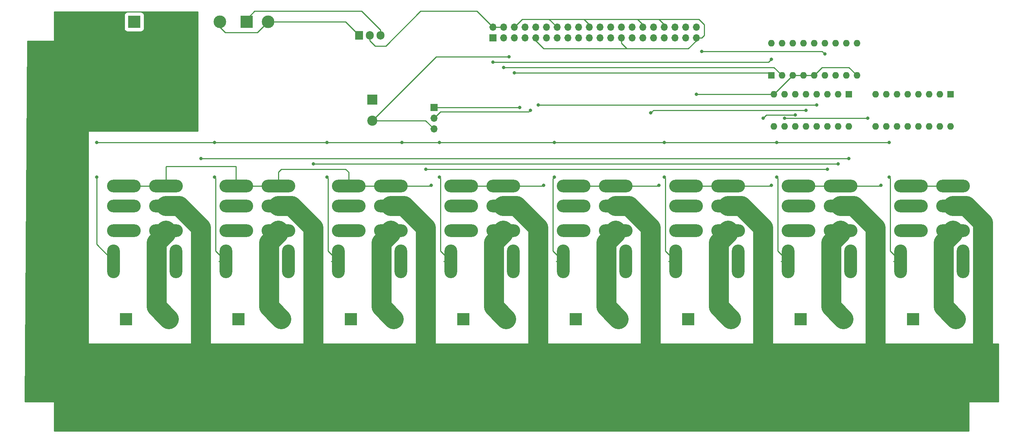
<source format=gbr>
%TF.GenerationSoftware,KiCad,Pcbnew,(5.1.12-1-10_14)*%
%TF.CreationDate,2022-01-09T10:09:14-08:00*%
%TF.ProjectId,RPI_Remote_Power_Controller,5250495f-5265-46d6-9f74-655f506f7765,0.1*%
%TF.SameCoordinates,Original*%
%TF.FileFunction,Copper,L2,Bot*%
%TF.FilePolarity,Positive*%
%FSLAX46Y46*%
G04 Gerber Fmt 4.6, Leading zero omitted, Abs format (unit mm)*
G04 Created by KiCad (PCBNEW (5.1.12-1-10_14)) date 2022-01-09 10:09:14*
%MOMM*%
%LPD*%
G01*
G04 APERTURE LIST*
%TA.AperFunction,ComponentPad*%
%ADD10O,8.000000X3.000000*%
%TD*%
%TA.AperFunction,ComponentPad*%
%ADD11O,3.000000X8.000000*%
%TD*%
%TA.AperFunction,ComponentPad*%
%ADD12R,1.700000X1.700000*%
%TD*%
%TA.AperFunction,ComponentPad*%
%ADD13O,1.700000X1.700000*%
%TD*%
%TA.AperFunction,ComponentPad*%
%ADD14C,2.400000*%
%TD*%
%TA.AperFunction,ComponentPad*%
%ADD15R,2.400000X2.400000*%
%TD*%
%TA.AperFunction,ComponentPad*%
%ADD16R,1.905000X2.000000*%
%TD*%
%TA.AperFunction,ComponentPad*%
%ADD17O,1.905000X2.000000*%
%TD*%
%TA.AperFunction,ComponentPad*%
%ADD18R,1.600000X1.600000*%
%TD*%
%TA.AperFunction,ComponentPad*%
%ADD19O,1.600000X1.600000*%
%TD*%
%TA.AperFunction,ComponentPad*%
%ADD20R,3.000000X3.000000*%
%TD*%
%TA.AperFunction,ComponentPad*%
%ADD21C,3.000000*%
%TD*%
%TA.AperFunction,ViaPad*%
%ADD22C,0.800000*%
%TD*%
%TA.AperFunction,Conductor*%
%ADD23C,4.750000*%
%TD*%
%TA.AperFunction,Conductor*%
%ADD24C,0.250000*%
%TD*%
%TA.AperFunction,Conductor*%
%ADD25C,0.254000*%
%TD*%
%TA.AperFunction,Conductor*%
%ADD26C,0.100000*%
%TD*%
G04 APERTURE END LIST*
D10*
%TO.P,SW3,1*%
%TO.N,GND*%
X102315000Y-89770000D03*
%TO.P,SW3,2*%
X112315000Y-89750000D03*
%TO.P,SW3,3*%
%TO.N,Mains_Hot*%
X102315000Y-94460000D03*
%TO.P,SW3,4*%
%TO.N,Mains_Neutral*%
X112315000Y-94460000D03*
%TO.P,SW3,5*%
%TO.N,O3_Hot*%
X102315000Y-100360000D03*
%TO.P,SW3,6*%
%TO.N,O3_Neutral*%
X112315000Y-100360000D03*
D11*
%TO.P,SW3,7*%
%TO.N,+12V*%
X99915000Y-107610000D03*
%TO.P,SW3,8*%
%TO.N,Net-(SW3-Pad8)*%
X114715000Y-107610000D03*
%TD*%
D12*
%TO.P,J11,1*%
%TO.N,Net-(J11-Pad1)*%
X136525000Y-54610000D03*
D13*
%TO.P,J11,2*%
%TO.N,+5V*%
X136525000Y-52070000D03*
%TO.P,J11,3*%
%TO.N,Net-(J11-Pad3)*%
X139065000Y-54610000D03*
%TO.P,J11,4*%
%TO.N,+5V*%
X139065000Y-52070000D03*
%TO.P,J11,5*%
%TO.N,Net-(J11-Pad5)*%
X141605000Y-54610000D03*
%TO.P,J11,6*%
%TO.N,GND*%
X141605000Y-52070000D03*
%TO.P,J11,7*%
%TO.N,Net-(J11-Pad7)*%
X144145000Y-54610000D03*
%TO.P,J11,8*%
%TO.N,Net-(J11-Pad8)*%
X144145000Y-52070000D03*
%TO.P,J11,9*%
%TO.N,GND*%
X146685000Y-54610000D03*
%TO.P,J11,10*%
%TO.N,Net-(J11-Pad10)*%
X146685000Y-52070000D03*
%TO.P,J11,11*%
%TO.N,Net-(J11-Pad11)*%
X149225000Y-54610000D03*
%TO.P,J11,12*%
%TO.N,Net-(J11-Pad12)*%
X149225000Y-52070000D03*
%TO.P,J11,13*%
%TO.N,Net-(J11-Pad13)*%
X151765000Y-54610000D03*
%TO.P,J11,14*%
%TO.N,GND*%
X151765000Y-52070000D03*
%TO.P,J11,15*%
%TO.N,Net-(J11-Pad15)*%
X154305000Y-54610000D03*
%TO.P,J11,16*%
%TO.N,Net-(J11-Pad16)*%
X154305000Y-52070000D03*
%TO.P,J11,17*%
%TO.N,Net-(J11-Pad17)*%
X156845000Y-54610000D03*
%TO.P,J11,18*%
%TO.N,Net-(J11-Pad18)*%
X156845000Y-52070000D03*
%TO.P,J11,19*%
%TO.N,Net-(J11-Pad19)*%
X159385000Y-54610000D03*
%TO.P,J11,20*%
%TO.N,GND*%
X159385000Y-52070000D03*
%TO.P,J11,21*%
%TO.N,Net-(J11-Pad21)*%
X161925000Y-54610000D03*
%TO.P,J11,22*%
%TO.N,Net-(J11-Pad22)*%
X161925000Y-52070000D03*
%TO.P,J11,23*%
%TO.N,Net-(J11-Pad23)*%
X164465000Y-54610000D03*
%TO.P,J11,24*%
%TO.N,Net-(J11-Pad24)*%
X164465000Y-52070000D03*
%TO.P,J11,25*%
%TO.N,GND*%
X167005000Y-54610000D03*
%TO.P,J11,26*%
%TO.N,Net-(J11-Pad26)*%
X167005000Y-52070000D03*
%TO.P,J11,27*%
%TO.N,Net-(J11-Pad27)*%
X169545000Y-54610000D03*
%TO.P,J11,28*%
%TO.N,Net-(J11-Pad28)*%
X169545000Y-52070000D03*
%TO.P,J11,29*%
%TO.N,Net-(J11-Pad29)*%
X172085000Y-54610000D03*
%TO.P,J11,30*%
%TO.N,GND*%
X172085000Y-52070000D03*
%TO.P,J11,31*%
%TO.N,Net-(J11-Pad31)*%
X174625000Y-54610000D03*
%TO.P,J11,32*%
%TO.N,Net-(J11-Pad32)*%
X174625000Y-52070000D03*
%TO.P,J11,33*%
%TO.N,Net-(J11-Pad33)*%
X177165000Y-54610000D03*
%TO.P,J11,34*%
%TO.N,GND*%
X177165000Y-52070000D03*
%TO.P,J11,35*%
%TO.N,Net-(J11-Pad35)*%
X179705000Y-54610000D03*
%TO.P,J11,36*%
%TO.N,Net-(J11-Pad36)*%
X179705000Y-52070000D03*
%TO.P,J11,37*%
%TO.N,Net-(J11-Pad37)*%
X182245000Y-54610000D03*
%TO.P,J11,38*%
%TO.N,Net-(J11-Pad38)*%
X182245000Y-52070000D03*
%TO.P,J11,39*%
%TO.N,GND*%
X184785000Y-54610000D03*
%TO.P,J11,40*%
%TO.N,Net-(J11-Pad40)*%
X184785000Y-52070000D03*
%TD*%
D14*
%TO.P,C1,2*%
%TO.N,GND*%
X107950000Y-74215000D03*
D15*
%TO.P,C1,1*%
%TO.N,+5V*%
X107950000Y-69215000D03*
%TD*%
D12*
%TO.P,J9,1*%
%TO.N,Net-(J11-Pad8)*%
X122555000Y-71120000D03*
D13*
%TO.P,J9,2*%
%TO.N,Net-(J11-Pad10)*%
X122555000Y-73660000D03*
%TO.P,J9,3*%
%TO.N,GND*%
X122555000Y-76200000D03*
%TD*%
D10*
%TO.P,SW1,1*%
%TO.N,GND*%
X48975000Y-89770000D03*
%TO.P,SW1,2*%
X58975000Y-89750000D03*
%TO.P,SW1,3*%
%TO.N,Mains_Hot*%
X48975000Y-94460000D03*
%TO.P,SW1,4*%
%TO.N,Mains_Neutral*%
X58975000Y-94460000D03*
%TO.P,SW1,5*%
%TO.N,O1_Hot*%
X48975000Y-100360000D03*
%TO.P,SW1,6*%
%TO.N,O1_Neutral*%
X58975000Y-100360000D03*
D11*
%TO.P,SW1,7*%
%TO.N,+12V*%
X46575000Y-107610000D03*
%TO.P,SW1,8*%
%TO.N,Net-(SW1-Pad8)*%
X61375000Y-107610000D03*
%TD*%
%TO.P,SW2,8*%
%TO.N,Net-(SW2-Pad8)*%
X88045000Y-107610000D03*
%TO.P,SW2,7*%
%TO.N,+12V*%
X73245000Y-107610000D03*
D10*
%TO.P,SW2,6*%
%TO.N,O2_Neutral*%
X85645000Y-100360000D03*
%TO.P,SW2,5*%
%TO.N,O2_Hot*%
X75645000Y-100360000D03*
%TO.P,SW2,4*%
%TO.N,Mains_Neutral*%
X85645000Y-94460000D03*
%TO.P,SW2,3*%
%TO.N,Mains_Hot*%
X75645000Y-94460000D03*
%TO.P,SW2,2*%
%TO.N,GND*%
X85645000Y-89750000D03*
%TO.P,SW2,1*%
X75645000Y-89770000D03*
%TD*%
D11*
%TO.P,SW4,8*%
%TO.N,Net-(SW4-Pad8)*%
X141385000Y-107610000D03*
%TO.P,SW4,7*%
%TO.N,+12V*%
X126585000Y-107610000D03*
D10*
%TO.P,SW4,6*%
%TO.N,O4_Neutral*%
X138985000Y-100360000D03*
%TO.P,SW4,5*%
%TO.N,O4_Hot*%
X128985000Y-100360000D03*
%TO.P,SW4,4*%
%TO.N,Mains_Neutral*%
X138985000Y-94460000D03*
%TO.P,SW4,3*%
%TO.N,Mains_Hot*%
X128985000Y-94460000D03*
%TO.P,SW4,2*%
%TO.N,GND*%
X138985000Y-89750000D03*
%TO.P,SW4,1*%
X128985000Y-89770000D03*
%TD*%
%TO.P,SW5,1*%
%TO.N,GND*%
X155655000Y-89770000D03*
%TO.P,SW5,2*%
X165655000Y-89750000D03*
%TO.P,SW5,3*%
%TO.N,Mains_Hot*%
X155655000Y-94460000D03*
%TO.P,SW5,4*%
%TO.N,Mains_Neutral*%
X165655000Y-94460000D03*
%TO.P,SW5,5*%
%TO.N,O5_Hot*%
X155655000Y-100360000D03*
%TO.P,SW5,6*%
%TO.N,O5_Neutral*%
X165655000Y-100360000D03*
D11*
%TO.P,SW5,7*%
%TO.N,+12V*%
X153255000Y-107610000D03*
%TO.P,SW5,8*%
%TO.N,Net-(SW5-Pad8)*%
X168055000Y-107610000D03*
%TD*%
%TO.P,SW6,8*%
%TO.N,Net-(SW6-Pad8)*%
X194725000Y-107610000D03*
%TO.P,SW6,7*%
%TO.N,+12V*%
X179925000Y-107610000D03*
D10*
%TO.P,SW6,6*%
%TO.N,O6_Neutral*%
X192325000Y-100360000D03*
%TO.P,SW6,5*%
%TO.N,O6_Hot*%
X182325000Y-100360000D03*
%TO.P,SW6,4*%
%TO.N,Mains_Neutral*%
X192325000Y-94460000D03*
%TO.P,SW6,3*%
%TO.N,Mains_Hot*%
X182325000Y-94460000D03*
%TO.P,SW6,2*%
%TO.N,GND*%
X192325000Y-89750000D03*
%TO.P,SW6,1*%
X182325000Y-89770000D03*
%TD*%
%TO.P,SW7,1*%
%TO.N,GND*%
X208995000Y-89770000D03*
%TO.P,SW7,2*%
X218995000Y-89750000D03*
%TO.P,SW7,3*%
%TO.N,Mains_Hot*%
X208995000Y-94460000D03*
%TO.P,SW7,4*%
%TO.N,Mains_Neutral*%
X218995000Y-94460000D03*
%TO.P,SW7,5*%
%TO.N,O7_Hot*%
X208995000Y-100360000D03*
%TO.P,SW7,6*%
%TO.N,O7_Neutral*%
X218995000Y-100360000D03*
D11*
%TO.P,SW7,7*%
%TO.N,+12V*%
X206595000Y-107610000D03*
%TO.P,SW7,8*%
%TO.N,Net-(SW7-Pad8)*%
X221395000Y-107610000D03*
%TD*%
%TO.P,SW8,8*%
%TO.N,Net-(SW8-Pad8)*%
X248065000Y-107610000D03*
%TO.P,SW8,7*%
%TO.N,+12V*%
X233265000Y-107610000D03*
D10*
%TO.P,SW8,6*%
%TO.N,O8_Neutral*%
X245665000Y-100360000D03*
%TO.P,SW8,5*%
%TO.N,O8_Hot*%
X235665000Y-100360000D03*
%TO.P,SW8,4*%
%TO.N,Mains_Neutral*%
X245665000Y-94460000D03*
%TO.P,SW8,3*%
%TO.N,Mains_Hot*%
X235665000Y-94460000D03*
%TO.P,SW8,2*%
%TO.N,GND*%
X245665000Y-89750000D03*
%TO.P,SW8,1*%
X235665000Y-89770000D03*
%TD*%
D16*
%TO.P,U1,1*%
%TO.N,GND*%
X104775000Y-53975000D03*
D17*
%TO.P,U1,2*%
%TO.N,+5V*%
X107315000Y-53975000D03*
%TO.P,U1,3*%
%TO.N,+12V*%
X109855000Y-53975000D03*
%TD*%
D18*
%TO.P,U2,1*%
%TO.N,Net-(J11-Pad5)*%
X202565000Y-63500000D03*
D19*
%TO.P,U2,10*%
%TO.N,Net-(U2-Pad10)*%
X222885000Y-55880000D03*
%TO.P,U2,2*%
%TO.N,Net-(J11-Pad3)*%
X205105000Y-63500000D03*
%TO.P,U2,11*%
%TO.N,Net-(U2-Pad11)*%
X220345000Y-55880000D03*
%TO.P,U2,3*%
%TO.N,GND*%
X207645000Y-63500000D03*
%TO.P,U2,12*%
%TO.N,Net-(U2-Pad12)*%
X217805000Y-55880000D03*
%TO.P,U2,4*%
%TO.N,GND*%
X210185000Y-63500000D03*
%TO.P,U2,13*%
%TO.N,Net-(U2-Pad13)*%
X215265000Y-55880000D03*
%TO.P,U2,5*%
%TO.N,GND*%
X212725000Y-63500000D03*
%TO.P,U2,14*%
%TO.N,Net-(U2-Pad14)*%
X212725000Y-55880000D03*
%TO.P,U2,6*%
%TO.N,Net-(J11-Pad40)*%
X215265000Y-63500000D03*
%TO.P,U2,15*%
%TO.N,Net-(U2-Pad15)*%
X210185000Y-55880000D03*
%TO.P,U2,7*%
%TO.N,Net-(U2-Pad7)*%
X217805000Y-63500000D03*
%TO.P,U2,16*%
%TO.N,Net-(U2-Pad16)*%
X207645000Y-55880000D03*
%TO.P,U2,8*%
%TO.N,Net-(U2-Pad8)*%
X220345000Y-63500000D03*
%TO.P,U2,17*%
%TO.N,Net-(U2-Pad17)*%
X205105000Y-55880000D03*
%TO.P,U2,9*%
%TO.N,GND*%
X222885000Y-63500000D03*
%TO.P,U2,18*%
%TO.N,Net-(J11-Pad1)*%
X202565000Y-55880000D03*
%TD*%
%TO.P,U3,16*%
%TO.N,Net-(SW1-Pad8)*%
X220980000Y-75565000D03*
%TO.P,U3,8*%
%TO.N,GND*%
X203200000Y-67945000D03*
%TO.P,U3,15*%
%TO.N,Net-(SW2-Pad8)*%
X218440000Y-75565000D03*
%TO.P,U3,7*%
%TO.N,Net-(U2-Pad16)*%
X205740000Y-67945000D03*
%TO.P,U3,14*%
%TO.N,Net-(SW3-Pad8)*%
X215900000Y-75565000D03*
%TO.P,U3,6*%
%TO.N,Net-(U2-Pad15)*%
X208280000Y-67945000D03*
%TO.P,U3,13*%
%TO.N,Net-(SW4-Pad8)*%
X213360000Y-75565000D03*
%TO.P,U3,5*%
%TO.N,Net-(U2-Pad14)*%
X210820000Y-67945000D03*
%TO.P,U3,12*%
%TO.N,Net-(SW5-Pad8)*%
X210820000Y-75565000D03*
%TO.P,U3,4*%
%TO.N,Net-(U2-Pad13)*%
X213360000Y-67945000D03*
%TO.P,U3,11*%
%TO.N,Net-(SW6-Pad8)*%
X208280000Y-75565000D03*
%TO.P,U3,3*%
%TO.N,Net-(U2-Pad12)*%
X215900000Y-67945000D03*
%TO.P,U3,10*%
%TO.N,Net-(SW7-Pad8)*%
X205740000Y-75565000D03*
%TO.P,U3,2*%
%TO.N,Net-(U2-Pad11)*%
X218440000Y-67945000D03*
%TO.P,U3,9*%
%TO.N,+12V*%
X203200000Y-75565000D03*
D18*
%TO.P,U3,1*%
%TO.N,Net-(U2-Pad10)*%
X220980000Y-67945000D03*
%TD*%
%TO.P,U4,1*%
%TO.N,Net-(U2-Pad17)*%
X245110000Y-67945000D03*
D19*
%TO.P,U4,9*%
%TO.N,+12V*%
X227330000Y-75565000D03*
%TO.P,U4,2*%
%TO.N,Net-(U4-Pad2)*%
X242570000Y-67945000D03*
%TO.P,U4,10*%
%TO.N,Net-(U4-Pad10)*%
X229870000Y-75565000D03*
%TO.P,U4,3*%
%TO.N,Net-(U4-Pad3)*%
X240030000Y-67945000D03*
%TO.P,U4,11*%
%TO.N,Net-(U4-Pad11)*%
X232410000Y-75565000D03*
%TO.P,U4,4*%
%TO.N,Net-(U4-Pad4)*%
X237490000Y-67945000D03*
%TO.P,U4,12*%
%TO.N,Net-(U4-Pad12)*%
X234950000Y-75565000D03*
%TO.P,U4,5*%
%TO.N,Net-(U4-Pad5)*%
X234950000Y-67945000D03*
%TO.P,U4,13*%
%TO.N,Net-(U4-Pad13)*%
X237490000Y-75565000D03*
%TO.P,U4,6*%
%TO.N,Net-(U4-Pad6)*%
X232410000Y-67945000D03*
%TO.P,U4,14*%
%TO.N,Net-(U4-Pad14)*%
X240030000Y-75565000D03*
%TO.P,U4,7*%
%TO.N,Net-(U4-Pad7)*%
X229870000Y-67945000D03*
%TO.P,U4,15*%
%TO.N,Net-(U4-Pad15)*%
X242570000Y-75565000D03*
%TO.P,U4,8*%
%TO.N,GND*%
X227330000Y-67945000D03*
%TO.P,U4,16*%
%TO.N,Net-(SW8-Pad8)*%
X245110000Y-75565000D03*
%TD*%
D20*
%TO.P,J12,1*%
%TO.N,+12V*%
X78105000Y-50800000D03*
D21*
%TO.P,J12,2*%
%TO.N,GND*%
X83185000Y-50800000D03*
%TD*%
D20*
%TO.P,J10,1*%
%TO.N,Mains_Hot*%
X51435000Y-50800000D03*
D21*
%TO.P,J10,2*%
%TO.N,Mains_Neutral*%
X61595000Y-50800000D03*
%TO.P,J10,3*%
%TO.N,GND*%
X71755000Y-50800000D03*
%TD*%
%TO.P,J1,2*%
%TO.N,O1_Neutral*%
X59690000Y-121285000D03*
D20*
%TO.P,J1,1*%
%TO.N,O1_Hot*%
X49530000Y-121285000D03*
%TD*%
%TO.P,J2,1*%
%TO.N,O2_Hot*%
X76200000Y-121285000D03*
D21*
%TO.P,J2,2*%
%TO.N,O2_Neutral*%
X86360000Y-121285000D03*
%TD*%
D20*
%TO.P,J3,1*%
%TO.N,O3_Hot*%
X102870000Y-121285000D03*
D21*
%TO.P,J3,2*%
%TO.N,O3_Neutral*%
X113030000Y-121285000D03*
%TD*%
%TO.P,J4,2*%
%TO.N,O4_Neutral*%
X139700000Y-121285000D03*
D20*
%TO.P,J4,1*%
%TO.N,O4_Hot*%
X129540000Y-121285000D03*
%TD*%
%TO.P,J5,1*%
%TO.N,O5_Hot*%
X156210000Y-121285000D03*
D21*
%TO.P,J5,2*%
%TO.N,O5_Neutral*%
X166370000Y-121285000D03*
%TD*%
%TO.P,J6,2*%
%TO.N,O6_Neutral*%
X193040000Y-121285000D03*
D20*
%TO.P,J6,1*%
%TO.N,O6_Hot*%
X182880000Y-121285000D03*
%TD*%
%TO.P,J7,1*%
%TO.N,O7_Hot*%
X209550000Y-121285000D03*
D21*
%TO.P,J7,2*%
%TO.N,O7_Neutral*%
X219710000Y-121285000D03*
%TD*%
%TO.P,J8,2*%
%TO.N,O8_Neutral*%
X246380000Y-121285000D03*
D20*
%TO.P,J8,1*%
%TO.N,O8_Hot*%
X236220000Y-121285000D03*
%TD*%
D22*
%TO.N,Net-(J11-Pad8)*%
X142875000Y-71120000D03*
%TO.N,Net-(J11-Pad10)*%
X145415000Y-71755000D03*
%TO.N,GND*%
X184785000Y-67945000D03*
X140335000Y-59055000D03*
X148590000Y-89535000D03*
X175895000Y-89535000D03*
X202565000Y-89535000D03*
X228600000Y-89535000D03*
X121920000Y-89535000D03*
%TO.N,Net-(J11-Pad1)*%
X202565000Y-59690000D03*
X136525000Y-60325000D03*
%TO.N,Net-(J11-Pad3)*%
X139065000Y-61595000D03*
%TO.N,Net-(J11-Pad5)*%
X141605000Y-62865000D03*
%TO.N,Net-(J11-Pad40)*%
X186055000Y-57785000D03*
X215265000Y-58420000D03*
%TO.N,+12V*%
X114935000Y-79375000D03*
X42545000Y-79375000D03*
X42545000Y-87630000D03*
X70485000Y-87630000D03*
X70485000Y-79375000D03*
X97155000Y-87630000D03*
X97155000Y-79375000D03*
X123825000Y-87630000D03*
X123825000Y-79375000D03*
X151130000Y-87630000D03*
X151130000Y-79375000D03*
X177165000Y-87630000D03*
X177165000Y-79375000D03*
X203835000Y-87630000D03*
X203835000Y-79375000D03*
X230505000Y-87630000D03*
X230505000Y-79375000D03*
%TO.N,Net-(SW1-Pad8)*%
X67310000Y-83185000D03*
X220980000Y-83185000D03*
%TO.N,Net-(SW2-Pad8)*%
X93980000Y-84455000D03*
X218440000Y-84455000D03*
%TO.N,Net-(SW3-Pad8)*%
X120650000Y-85725000D03*
X215900000Y-85725000D03*
%TO.N,Net-(SW4-Pad8)*%
X147320000Y-70485000D03*
X213360000Y-70485000D03*
%TO.N,Net-(SW5-Pad8)*%
X173990000Y-72390000D03*
X210820000Y-71755000D03*
%TO.N,Net-(SW6-Pad8)*%
X200660000Y-73660000D03*
X208280000Y-72885000D03*
%TO.N,Net-(SW7-Pad8)*%
X225425000Y-73660000D03*
X205740000Y-73660000D03*
%TD*%
D23*
%TO.N,O1_Neutral*%
X56749990Y-118344990D02*
X59690000Y-121285000D01*
X58975000Y-100969249D02*
X56749990Y-103194259D01*
X56749990Y-103194259D02*
X56749990Y-118344990D01*
X58975000Y-100360000D02*
X58975000Y-100969249D01*
%TO.N,O2_Neutral*%
X83419990Y-118344990D02*
X86360000Y-121285000D01*
X85645000Y-100969249D02*
X83419990Y-103194259D01*
X83419990Y-103194259D02*
X83419990Y-118344990D01*
X85645000Y-100360000D02*
X85645000Y-100969249D01*
%TO.N,O3_Neutral*%
X110089990Y-118344990D02*
X113030000Y-121285000D01*
X110089990Y-103194259D02*
X110089990Y-118344990D01*
X112315000Y-100969249D02*
X110089990Y-103194259D01*
X112315000Y-100360000D02*
X112315000Y-100969249D01*
%TO.N,O4_Neutral*%
X138985000Y-100969249D02*
X136759990Y-103194259D01*
X136759990Y-118344990D02*
X139700000Y-121285000D01*
X136759990Y-103194259D02*
X136759990Y-118344990D01*
X138985000Y-100360000D02*
X138985000Y-100969249D01*
%TO.N,O5_Neutral*%
X163429990Y-118344990D02*
X166370000Y-121285000D01*
X163429990Y-103194259D02*
X163429990Y-118344990D01*
X165655000Y-100969249D02*
X163429990Y-103194259D01*
X165655000Y-100360000D02*
X165655000Y-100969249D01*
%TO.N,O6_Neutral*%
X190099990Y-118344990D02*
X193040000Y-121285000D01*
X190099990Y-103194259D02*
X190099990Y-118344990D01*
X192325000Y-100969249D02*
X190099990Y-103194259D01*
X192325000Y-100360000D02*
X192325000Y-100969249D01*
%TO.N,O7_Neutral*%
X218995000Y-100969249D02*
X216769990Y-103194259D01*
X216769990Y-118344990D02*
X219710000Y-121285000D01*
X216769990Y-103194259D02*
X216769990Y-118344990D01*
X218995000Y-100360000D02*
X218995000Y-100969249D01*
%TO.N,O8_Neutral*%
X243439990Y-118344990D02*
X246380000Y-121285000D01*
X243439990Y-103194259D02*
X243439990Y-118344990D01*
X245665000Y-100969249D02*
X243439990Y-103194259D01*
X245665000Y-100360000D02*
X245665000Y-100969249D01*
D24*
%TO.N,Net-(J11-Pad8)*%
X142875000Y-71120000D02*
X122555000Y-71120000D01*
%TO.N,Net-(J11-Pad10)*%
X124060001Y-72154999D02*
X122555000Y-73660000D01*
X145015001Y-72154999D02*
X124060001Y-72154999D01*
X145415000Y-71755000D02*
X145015001Y-72154999D01*
%TO.N,GND*%
X114995000Y-89750000D02*
X115015000Y-89770000D01*
X139125000Y-89750000D02*
X139145000Y-89770000D01*
X163255000Y-89750000D02*
X163275000Y-89770000D01*
X211515000Y-89750000D02*
X211535000Y-89770000D01*
X235645000Y-89750000D02*
X235665000Y-89770000D01*
X212725000Y-63500000D02*
X210185000Y-63500000D01*
X210185000Y-63500000D02*
X207645000Y-63500000D01*
X207645000Y-63500000D02*
X203200000Y-67945000D01*
X203200000Y-67945000D02*
X184785000Y-67945000D01*
X140279990Y-59110010D02*
X140335000Y-59055000D01*
X101600000Y-50800000D02*
X104775000Y-53975000D01*
X83185000Y-50800000D02*
X101600000Y-50800000D01*
X120570000Y-74215000D02*
X122555000Y-76200000D01*
X107950000Y-74215000D02*
X120570000Y-74215000D01*
X123110000Y-59055000D02*
X107950000Y-74215000D01*
X140335000Y-59055000D02*
X123110000Y-59055000D01*
X85645000Y-89750000D02*
X87325000Y-89750000D01*
X102315000Y-89770000D02*
X102315000Y-88730000D01*
X208995000Y-89770000D02*
X207970000Y-89770000D01*
X222885000Y-63500000D02*
X220980000Y-61595000D01*
X214630000Y-61595000D02*
X212725000Y-63500000D01*
X220980000Y-61595000D02*
X214630000Y-61595000D01*
X141605000Y-52070000D02*
X143510000Y-50165000D01*
X149860000Y-50165000D02*
X151765000Y-52070000D01*
X143510000Y-50165000D02*
X149860000Y-50165000D01*
X149860000Y-50165000D02*
X158115000Y-50165000D01*
X159385000Y-51435000D02*
X159385000Y-52070000D01*
X158115000Y-50165000D02*
X159385000Y-51435000D01*
X158115000Y-50165000D02*
X170815000Y-50165000D01*
X172085000Y-51435000D02*
X172085000Y-52070000D01*
X170815000Y-50165000D02*
X172085000Y-51435000D01*
X170815000Y-50165000D02*
X175895000Y-50165000D01*
X177165000Y-51435000D02*
X177165000Y-52070000D01*
X175895000Y-50165000D02*
X177165000Y-51435000D01*
X184785000Y-54610000D02*
X186055000Y-54610000D01*
X186055000Y-54610000D02*
X186690000Y-53975000D01*
X186690000Y-53975000D02*
X186690000Y-51435000D01*
X185420000Y-50165000D02*
X175895000Y-50165000D01*
X186690000Y-51435000D02*
X185420000Y-50165000D01*
X167005000Y-54610000D02*
X167005000Y-55880000D01*
X167005000Y-55880000D02*
X168275000Y-57150000D01*
X168275000Y-57150000D02*
X182880000Y-57150000D01*
X184785000Y-55245000D02*
X184785000Y-54610000D01*
X182880000Y-57150000D02*
X184785000Y-55245000D01*
X168275000Y-57150000D02*
X148590000Y-57150000D01*
X146685000Y-55245000D02*
X146685000Y-54610000D01*
X148590000Y-57150000D02*
X146685000Y-55245000D01*
X71755000Y-50800000D02*
X71755000Y-52070000D01*
X71755000Y-52070000D02*
X73025000Y-53340000D01*
X80645000Y-53340000D02*
X83185000Y-50800000D01*
X73025000Y-53340000D02*
X80645000Y-53340000D01*
X58955000Y-89770000D02*
X58975000Y-89750000D01*
X48975000Y-89770000D02*
X58955000Y-89770000D01*
X85625000Y-89770000D02*
X85645000Y-89750000D01*
X75645000Y-89770000D02*
X85625000Y-89770000D01*
X112295000Y-89770000D02*
X112315000Y-89750000D01*
X102315000Y-89770000D02*
X112295000Y-89770000D01*
X138965000Y-89770000D02*
X138985000Y-89750000D01*
X128985000Y-89770000D02*
X138965000Y-89770000D01*
X165635000Y-89770000D02*
X165655000Y-89750000D01*
X155655000Y-89770000D02*
X165635000Y-89770000D01*
X192305000Y-89770000D02*
X192325000Y-89750000D01*
X182325000Y-89770000D02*
X192305000Y-89770000D01*
X218975000Y-89770000D02*
X218995000Y-89750000D01*
X208995000Y-89770000D02*
X218975000Y-89770000D01*
X245645000Y-89770000D02*
X245665000Y-89750000D01*
X235665000Y-89770000D02*
X245645000Y-89770000D01*
X58975000Y-89750000D02*
X58975000Y-85170000D01*
X58975000Y-85170000D02*
X59055000Y-85090000D01*
X59055000Y-85090000D02*
X75565000Y-85090000D01*
X75565000Y-89690000D02*
X75645000Y-89770000D01*
X75565000Y-85090000D02*
X75565000Y-89690000D01*
X85645000Y-89750000D02*
X85645000Y-86440000D01*
X85645000Y-86440000D02*
X86360000Y-85725000D01*
X86360000Y-85725000D02*
X101600000Y-85725000D01*
X102315000Y-86440000D02*
X102315000Y-89770000D01*
X101600000Y-85725000D02*
X102315000Y-86440000D01*
X138985000Y-89750000D02*
X141390000Y-89750000D01*
X148375000Y-89750000D02*
X148590000Y-89535000D01*
X138985000Y-89750000D02*
X148375000Y-89750000D01*
X175680000Y-89750000D02*
X175895000Y-89535000D01*
X165655000Y-89750000D02*
X175680000Y-89750000D01*
X202350000Y-89750000D02*
X202565000Y-89535000D01*
X192325000Y-89750000D02*
X202350000Y-89750000D01*
X228385000Y-89750000D02*
X228600000Y-89535000D01*
X218995000Y-89750000D02*
X228385000Y-89750000D01*
X121705000Y-89750000D02*
X121920000Y-89535000D01*
X112315000Y-89750000D02*
X121705000Y-89750000D01*
D23*
%TO.N,Mains_Neutral*%
X62115751Y-94460000D02*
X67310000Y-99654249D01*
X58975000Y-94460000D02*
X62115751Y-94460000D01*
X67310000Y-99654249D02*
X67310000Y-130810000D01*
X88785751Y-94460000D02*
X93980000Y-99654249D01*
X85645000Y-94460000D02*
X88785751Y-94460000D01*
X93980000Y-99654249D02*
X93980000Y-130810000D01*
X115455751Y-94460000D02*
X120650000Y-99654249D01*
X112315000Y-94460000D02*
X115455751Y-94460000D01*
X120650000Y-99654249D02*
X120650000Y-130810000D01*
X142125751Y-94460000D02*
X147320000Y-99654249D01*
X138985000Y-94460000D02*
X142125751Y-94460000D01*
X147320000Y-99654249D02*
X147320000Y-130810000D01*
X168795751Y-94460000D02*
X173990000Y-99654249D01*
X165655000Y-94460000D02*
X168795751Y-94460000D01*
X173990000Y-99654249D02*
X173990000Y-130810000D01*
X195465751Y-94460000D02*
X200660000Y-99654249D01*
X192325000Y-94460000D02*
X195465751Y-94460000D01*
X200660000Y-99654249D02*
X200660000Y-130810000D01*
X222135751Y-94460000D02*
X227330000Y-99654249D01*
X218995000Y-94460000D02*
X222135751Y-94460000D01*
X227330000Y-99654249D02*
X227330000Y-130810000D01*
X248805751Y-94460000D02*
X252790010Y-98444259D01*
X252790010Y-98444259D02*
X252790010Y-130749990D01*
X245665000Y-94460000D02*
X248805751Y-94460000D01*
D24*
%TO.N,Net-(J11-Pad1)*%
X201930000Y-60325000D02*
X202565000Y-59690000D01*
X136525000Y-60325000D02*
X201930000Y-60325000D01*
%TO.N,+5V*%
X136525000Y-52070000D02*
X139065000Y-52070000D01*
X136525000Y-52324998D02*
X136525000Y-52070000D01*
X107315000Y-53975000D02*
X107315000Y-55245000D01*
X107315000Y-55245000D02*
X108585000Y-56515000D01*
X108585000Y-56515000D02*
X111125000Y-56515000D01*
X111125000Y-56515000D02*
X119380000Y-48260000D01*
X132715000Y-48260000D02*
X136525000Y-52070000D01*
X119380000Y-48260000D02*
X132715000Y-48260000D01*
%TO.N,Net-(J11-Pad3)*%
X203200000Y-61595000D02*
X205105000Y-63500000D01*
X139065000Y-61595000D02*
X203200000Y-61595000D01*
%TO.N,Net-(J11-Pad5)*%
X201930000Y-62865000D02*
X202565000Y-63500000D01*
X141605000Y-62865000D02*
X201930000Y-62865000D01*
%TO.N,Net-(J11-Pad40)*%
X214630000Y-57785000D02*
X215265000Y-58420000D01*
X186055000Y-57785000D02*
X214630000Y-57785000D01*
%TO.N,+12V*%
X233495953Y-107610000D02*
X233265000Y-107610000D01*
X179925000Y-107610000D02*
X178175000Y-107610000D01*
X78105000Y-50800000D02*
X78105000Y-50165000D01*
X78105000Y-50165000D02*
X80010000Y-48260000D01*
X80010000Y-48260000D02*
X105410000Y-48260000D01*
X109855000Y-52705000D02*
X109855000Y-53975000D01*
X105410000Y-48260000D02*
X109855000Y-52705000D01*
X70560010Y-79450010D02*
X70485000Y-79375000D01*
X73245000Y-107610000D02*
X71495000Y-107610000D01*
X70485000Y-79375000D02*
X42545000Y-79375000D01*
X97230010Y-79450010D02*
X97155000Y-79375000D01*
X99915000Y-107610000D02*
X98165000Y-107610000D01*
X97155000Y-79375000D02*
X70485000Y-79375000D01*
X114935000Y-79375000D02*
X97155000Y-79375000D01*
X126585000Y-107610000D02*
X124835000Y-107610000D01*
X123825000Y-79375000D02*
X114935000Y-79375000D01*
X123900010Y-79450010D02*
X123825000Y-79375000D01*
X153255000Y-107610000D02*
X151505000Y-107610000D01*
X150495000Y-79375000D02*
X123825000Y-79375000D01*
X150570010Y-79450010D02*
X150495000Y-79375000D01*
X42545000Y-103580000D02*
X42545000Y-89535000D01*
X46575000Y-107610000D02*
X42545000Y-103580000D01*
X42545000Y-89535000D02*
X42545000Y-87630000D01*
X70769990Y-87914990D02*
X70485000Y-87630000D01*
X70769990Y-105134990D02*
X70769990Y-87914990D01*
X73245000Y-107610000D02*
X70769990Y-105134990D01*
X97439990Y-87914990D02*
X97155000Y-87630000D01*
X97439990Y-105134990D02*
X97439990Y-87914990D01*
X99915000Y-107610000D02*
X97439990Y-105134990D01*
X124109990Y-87914990D02*
X123825000Y-87630000D01*
X124109990Y-105134990D02*
X124109990Y-87914990D01*
X126585000Y-107610000D02*
X124109990Y-105134990D01*
X177240010Y-79450010D02*
X177165000Y-79375000D01*
X177165000Y-79375000D02*
X150495000Y-79375000D01*
X206595000Y-107610000D02*
X204845000Y-107610000D01*
X203835000Y-79375000D02*
X203910010Y-79450010D01*
X177165000Y-79375000D02*
X203835000Y-79375000D01*
X233265000Y-107610000D02*
X231515000Y-107610000D01*
X230505000Y-79375000D02*
X203835000Y-79375000D01*
X230580010Y-79450010D02*
X230505000Y-79375000D01*
X150779990Y-87980010D02*
X151130000Y-87630000D01*
X150779990Y-105134990D02*
X150779990Y-87980010D01*
X153255000Y-107610000D02*
X150779990Y-105134990D01*
X177449990Y-87914990D02*
X177165000Y-87630000D01*
X177449990Y-105134990D02*
X177449990Y-87914990D01*
X179925000Y-107610000D02*
X177449990Y-105134990D01*
X204119990Y-87914990D02*
X203835000Y-87630000D01*
X204119990Y-105134990D02*
X204119990Y-87914990D01*
X206595000Y-107610000D02*
X204119990Y-105134990D01*
X230789990Y-105134990D02*
X230789990Y-87914990D01*
X230789990Y-87914990D02*
X230505000Y-87630000D01*
X233265000Y-107610000D02*
X230789990Y-105134990D01*
%TO.N,Net-(SW1-Pad8)*%
X67310000Y-83185000D02*
X220980000Y-83185000D01*
%TO.N,Net-(SW2-Pad8)*%
X88715953Y-107610000D02*
X88485000Y-107610000D01*
X93980000Y-84455000D02*
X218440000Y-84455000D01*
%TO.N,Net-(SW3-Pad8)*%
X120650000Y-85725000D02*
X215900000Y-85725000D01*
%TO.N,Net-(SW4-Pad8)*%
X147320000Y-70485000D02*
X213360000Y-70485000D01*
%TO.N,Net-(SW5-Pad8)*%
X174625000Y-71755000D02*
X210820000Y-71755000D01*
X173990000Y-72390000D02*
X174625000Y-71755000D01*
%TO.N,Net-(SW6-Pad8)*%
X201435000Y-72885000D02*
X208280000Y-72885000D01*
X200660000Y-73660000D02*
X201435000Y-72885000D01*
%TO.N,Net-(SW7-Pad8)*%
X225425000Y-73660000D02*
X205740000Y-73660000D01*
%TD*%
D25*
%TO.N,Mains_Neutral*%
X66548000Y-76708000D02*
X40640000Y-76708000D01*
X40615224Y-76710440D01*
X40591399Y-76717667D01*
X40569443Y-76729403D01*
X40550197Y-76745197D01*
X40534403Y-76764443D01*
X40522667Y-76786399D01*
X40515440Y-76810224D01*
X40513000Y-76835000D01*
X40513000Y-127000000D01*
X40515440Y-127024776D01*
X40522667Y-127048601D01*
X40534403Y-127070557D01*
X40550197Y-127089803D01*
X40569443Y-127105597D01*
X40591399Y-127117333D01*
X40615224Y-127124560D01*
X40640000Y-127127000D01*
X256413000Y-127127000D01*
X256413000Y-140843000D01*
X249555000Y-140843000D01*
X249530224Y-140845440D01*
X249506399Y-140852667D01*
X249484443Y-140864403D01*
X249465197Y-140880197D01*
X249449403Y-140899443D01*
X249437667Y-140921399D01*
X249430440Y-140945224D01*
X249428000Y-140970000D01*
X249428000Y-147828000D01*
X32512000Y-147828000D01*
X32512000Y-140970000D01*
X32509560Y-140945224D01*
X32502333Y-140921399D01*
X32490597Y-140899443D01*
X32474803Y-140880197D01*
X32455557Y-140864403D01*
X32433601Y-140852667D01*
X32409776Y-140845440D01*
X32385000Y-140843000D01*
X25527945Y-140843000D01*
X26161063Y-55372000D01*
X32385000Y-55372000D01*
X32409776Y-55369560D01*
X32433601Y-55362333D01*
X32455557Y-55350597D01*
X32474803Y-55334803D01*
X32490597Y-55315557D01*
X32502333Y-55293601D01*
X32509560Y-55269776D01*
X32512000Y-55245000D01*
X32512000Y-49300000D01*
X49053757Y-49300000D01*
X49053757Y-52300000D01*
X49070690Y-52471922D01*
X49120838Y-52637237D01*
X49202273Y-52789592D01*
X49311867Y-52923133D01*
X49445408Y-53032727D01*
X49597763Y-53114162D01*
X49763078Y-53164310D01*
X49935000Y-53181243D01*
X52935000Y-53181243D01*
X53106922Y-53164310D01*
X53272237Y-53114162D01*
X53424592Y-53032727D01*
X53558133Y-52923133D01*
X53667727Y-52789592D01*
X53749162Y-52637237D01*
X53799310Y-52471922D01*
X53816243Y-52300000D01*
X53816243Y-49300000D01*
X53799310Y-49128078D01*
X53749162Y-48962763D01*
X53667727Y-48810408D01*
X53558133Y-48676867D01*
X53424592Y-48567273D01*
X53272237Y-48485838D01*
X53106922Y-48435690D01*
X52935000Y-48418757D01*
X49935000Y-48418757D01*
X49763078Y-48435690D01*
X49597763Y-48485838D01*
X49445408Y-48567273D01*
X49311867Y-48676867D01*
X49202273Y-48810408D01*
X49120838Y-48962763D01*
X49070690Y-49128078D01*
X49053757Y-49300000D01*
X32512000Y-49300000D01*
X32512000Y-48387000D01*
X66548000Y-48387000D01*
X66548000Y-76708000D01*
%TA.AperFunction,Conductor*%
D26*
G36*
X66548000Y-76708000D02*
G01*
X40640000Y-76708000D01*
X40615224Y-76710440D01*
X40591399Y-76717667D01*
X40569443Y-76729403D01*
X40550197Y-76745197D01*
X40534403Y-76764443D01*
X40522667Y-76786399D01*
X40515440Y-76810224D01*
X40513000Y-76835000D01*
X40513000Y-127000000D01*
X40515440Y-127024776D01*
X40522667Y-127048601D01*
X40534403Y-127070557D01*
X40550197Y-127089803D01*
X40569443Y-127105597D01*
X40591399Y-127117333D01*
X40615224Y-127124560D01*
X40640000Y-127127000D01*
X256413000Y-127127000D01*
X256413000Y-140843000D01*
X249555000Y-140843000D01*
X249530224Y-140845440D01*
X249506399Y-140852667D01*
X249484443Y-140864403D01*
X249465197Y-140880197D01*
X249449403Y-140899443D01*
X249437667Y-140921399D01*
X249430440Y-140945224D01*
X249428000Y-140970000D01*
X249428000Y-147828000D01*
X32512000Y-147828000D01*
X32512000Y-140970000D01*
X32509560Y-140945224D01*
X32502333Y-140921399D01*
X32490597Y-140899443D01*
X32474803Y-140880197D01*
X32455557Y-140864403D01*
X32433601Y-140852667D01*
X32409776Y-140845440D01*
X32385000Y-140843000D01*
X25527945Y-140843000D01*
X26161063Y-55372000D01*
X32385000Y-55372000D01*
X32409776Y-55369560D01*
X32433601Y-55362333D01*
X32455557Y-55350597D01*
X32474803Y-55334803D01*
X32490597Y-55315557D01*
X32502333Y-55293601D01*
X32509560Y-55269776D01*
X32512000Y-55245000D01*
X32512000Y-49300000D01*
X49053757Y-49300000D01*
X49053757Y-52300000D01*
X49070690Y-52471922D01*
X49120838Y-52637237D01*
X49202273Y-52789592D01*
X49311867Y-52923133D01*
X49445408Y-53032727D01*
X49597763Y-53114162D01*
X49763078Y-53164310D01*
X49935000Y-53181243D01*
X52935000Y-53181243D01*
X53106922Y-53164310D01*
X53272237Y-53114162D01*
X53424592Y-53032727D01*
X53558133Y-52923133D01*
X53667727Y-52789592D01*
X53749162Y-52637237D01*
X53799310Y-52471922D01*
X53816243Y-52300000D01*
X53816243Y-49300000D01*
X53799310Y-49128078D01*
X53749162Y-48962763D01*
X53667727Y-48810408D01*
X53558133Y-48676867D01*
X53424592Y-48567273D01*
X53272237Y-48485838D01*
X53106922Y-48435690D01*
X52935000Y-48418757D01*
X49935000Y-48418757D01*
X49763078Y-48435690D01*
X49597763Y-48485838D01*
X49445408Y-48567273D01*
X49311867Y-48676867D01*
X49202273Y-48810408D01*
X49120838Y-48962763D01*
X49070690Y-49128078D01*
X49053757Y-49300000D01*
X32512000Y-49300000D01*
X32512000Y-48387000D01*
X66548000Y-48387000D01*
X66548000Y-76708000D01*
G37*
%TD.AperFunction*%
%TD*%
M02*

</source>
